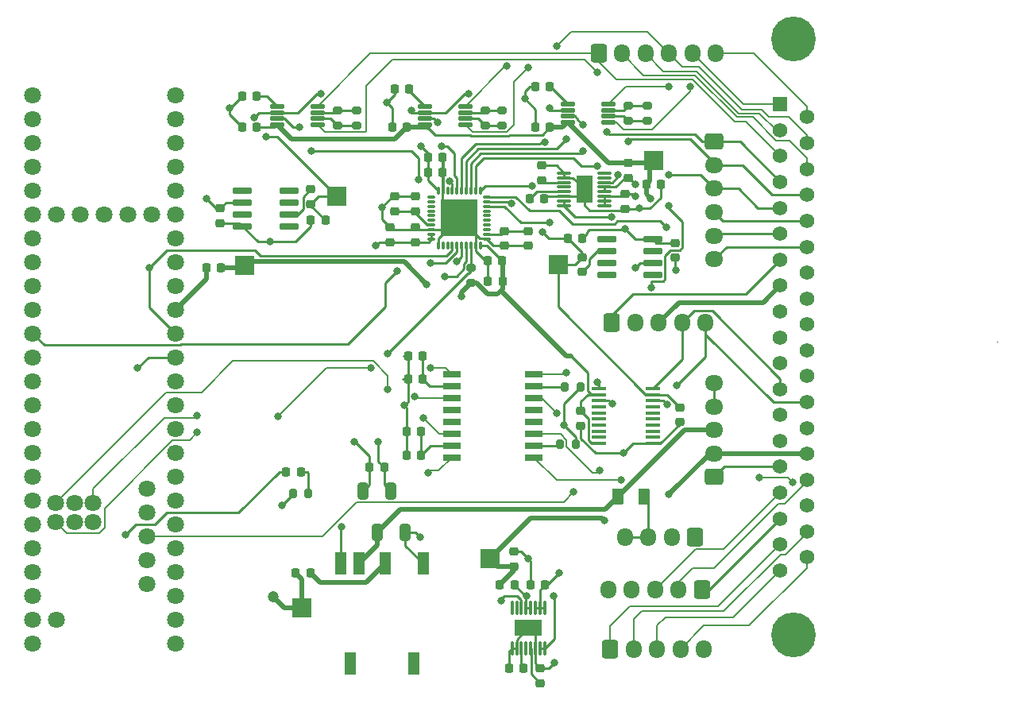
<source format=gtl>
G04 #@! TF.GenerationSoftware,KiCad,Pcbnew,7.0.10*
G04 #@! TF.CreationDate,2024-08-04T13:32:26-04:00*
G04 #@! TF.ProjectId,accessoryidk,61636365-7373-46f7-9279-69646b2e6b69,rev?*
G04 #@! TF.SameCoordinates,Original*
G04 #@! TF.FileFunction,Copper,L1,Top*
G04 #@! TF.FilePolarity,Positive*
%FSLAX46Y46*%
G04 Gerber Fmt 4.6, Leading zero omitted, Abs format (unit mm)*
G04 Created by KiCad (PCBNEW 7.0.10) date 2024-08-04 13:32:26*
%MOMM*%
%LPD*%
G01*
G04 APERTURE LIST*
G04 Aperture macros list*
%AMRoundRect*
0 Rectangle with rounded corners*
0 $1 Rounding radius*
0 $2 $3 $4 $5 $6 $7 $8 $9 X,Y pos of 4 corners*
0 Add a 4 corners polygon primitive as box body*
4,1,4,$2,$3,$4,$5,$6,$7,$8,$9,$2,$3,0*
0 Add four circle primitives for the rounded corners*
1,1,$1+$1,$2,$3*
1,1,$1+$1,$4,$5*
1,1,$1+$1,$6,$7*
1,1,$1+$1,$8,$9*
0 Add four rect primitives between the rounded corners*
20,1,$1+$1,$2,$3,$4,$5,0*
20,1,$1+$1,$4,$5,$6,$7,0*
20,1,$1+$1,$6,$7,$8,$9,0*
20,1,$1+$1,$8,$9,$2,$3,0*%
G04 Aperture macros list end*
G04 #@! TA.AperFunction,NonConductor*
%ADD10C,0.200000*%
G04 #@! TD*
G04 #@! TA.AperFunction,ComponentPad*
%ADD11RoundRect,0.250000X-0.600000X-0.725000X0.600000X-0.725000X0.600000X0.725000X-0.600000X0.725000X0*%
G04 #@! TD*
G04 #@! TA.AperFunction,ComponentPad*
%ADD12O,1.700000X1.950000*%
G04 #@! TD*
G04 #@! TA.AperFunction,SMDPad,CuDef*
%ADD13R,2.000000X2.000000*%
G04 #@! TD*
G04 #@! TA.AperFunction,SMDPad,CuDef*
%ADD14RoundRect,0.218750X-0.256250X0.218750X-0.256250X-0.218750X0.256250X-0.218750X0.256250X0.218750X0*%
G04 #@! TD*
G04 #@! TA.AperFunction,SMDPad,CuDef*
%ADD15RoundRect,0.225000X0.225000X0.250000X-0.225000X0.250000X-0.225000X-0.250000X0.225000X-0.250000X0*%
G04 #@! TD*
G04 #@! TA.AperFunction,SMDPad,CuDef*
%ADD16RoundRect,0.225000X-0.250000X0.225000X-0.250000X-0.225000X0.250000X-0.225000X0.250000X0.225000X0*%
G04 #@! TD*
G04 #@! TA.AperFunction,SMDPad,CuDef*
%ADD17RoundRect,0.225000X0.250000X-0.225000X0.250000X0.225000X-0.250000X0.225000X-0.250000X-0.225000X0*%
G04 #@! TD*
G04 #@! TA.AperFunction,SMDPad,CuDef*
%ADD18RoundRect,0.200000X0.275000X-0.200000X0.275000X0.200000X-0.275000X0.200000X-0.275000X-0.200000X0*%
G04 #@! TD*
G04 #@! TA.AperFunction,SMDPad,CuDef*
%ADD19RoundRect,0.075000X0.910000X0.225000X-0.910000X0.225000X-0.910000X-0.225000X0.910000X-0.225000X0*%
G04 #@! TD*
G04 #@! TA.AperFunction,SMDPad,CuDef*
%ADD20RoundRect,0.225000X-0.225000X-0.250000X0.225000X-0.250000X0.225000X0.250000X-0.225000X0.250000X0*%
G04 #@! TD*
G04 #@! TA.AperFunction,ComponentPad*
%ADD21RoundRect,0.250000X-0.725000X0.600000X-0.725000X-0.600000X0.725000X-0.600000X0.725000X0.600000X0*%
G04 #@! TD*
G04 #@! TA.AperFunction,ComponentPad*
%ADD22O,1.950000X1.700000*%
G04 #@! TD*
G04 #@! TA.AperFunction,SMDPad,CuDef*
%ADD23RoundRect,0.032500X-0.372500X-0.097500X0.372500X-0.097500X0.372500X0.097500X-0.372500X0.097500X0*%
G04 #@! TD*
G04 #@! TA.AperFunction,SMDPad,CuDef*
%ADD24RoundRect,0.032500X-0.097500X-0.372500X0.097500X-0.372500X0.097500X0.372500X-0.097500X0.372500X0*%
G04 #@! TD*
G04 #@! TA.AperFunction,SMDPad,CuDef*
%ADD25R,3.900000X3.900000*%
G04 #@! TD*
G04 #@! TA.AperFunction,SMDPad,CuDef*
%ADD26RoundRect,0.060000X0.675000X0.180000X-0.675000X0.180000X-0.675000X-0.180000X0.675000X-0.180000X0*%
G04 #@! TD*
G04 #@! TA.AperFunction,SMDPad,CuDef*
%ADD27R,1.910000X0.640000*%
G04 #@! TD*
G04 #@! TA.AperFunction,SMDPad,CuDef*
%ADD28RoundRect,0.218750X0.218750X0.256250X-0.218750X0.256250X-0.218750X-0.256250X0.218750X-0.256250X0*%
G04 #@! TD*
G04 #@! TA.AperFunction,SMDPad,CuDef*
%ADD29RoundRect,0.250000X-0.325000X-0.650000X0.325000X-0.650000X0.325000X0.650000X-0.325000X0.650000X0*%
G04 #@! TD*
G04 #@! TA.AperFunction,ComponentPad*
%ADD30C,1.800000*%
G04 #@! TD*
G04 #@! TA.AperFunction,ComponentPad*
%ADD31RoundRect,0.250000X0.600000X0.725000X-0.600000X0.725000X-0.600000X-0.725000X0.600000X-0.725000X0*%
G04 #@! TD*
G04 #@! TA.AperFunction,SMDPad,CuDef*
%ADD32RoundRect,0.218750X0.256250X-0.218750X0.256250X0.218750X-0.256250X0.218750X-0.256250X-0.218750X0*%
G04 #@! TD*
G04 #@! TA.AperFunction,ComponentPad*
%ADD33R,1.562000X1.562000*%
G04 #@! TD*
G04 #@! TA.AperFunction,ComponentPad*
%ADD34C,1.562000*%
G04 #@! TD*
G04 #@! TA.AperFunction,ComponentPad*
%ADD35C,4.762000*%
G04 #@! TD*
G04 #@! TA.AperFunction,SMDPad,CuDef*
%ADD36RoundRect,0.035000X0.105000X-0.690000X0.105000X0.690000X-0.105000X0.690000X-0.105000X-0.690000X0*%
G04 #@! TD*
G04 #@! TA.AperFunction,SMDPad,CuDef*
%ADD37R,2.845000X1.651000*%
G04 #@! TD*
G04 #@! TA.AperFunction,SMDPad,CuDef*
%ADD38R,1.200000X2.440000*%
G04 #@! TD*
G04 #@! TA.AperFunction,SMDPad,CuDef*
%ADD39RoundRect,0.035000X-0.690000X-0.105000X0.690000X-0.105000X0.690000X0.105000X-0.690000X0.105000X0*%
G04 #@! TD*
G04 #@! TA.AperFunction,SMDPad,CuDef*
%ADD40R,1.651000X2.845000*%
G04 #@! TD*
G04 #@! TA.AperFunction,SMDPad,CuDef*
%ADD41RoundRect,0.200000X-0.200000X-0.275000X0.200000X-0.275000X0.200000X0.275000X-0.200000X0.275000X0*%
G04 #@! TD*
G04 #@! TA.AperFunction,SMDPad,CuDef*
%ADD42RoundRect,0.250000X-0.375000X-0.625000X0.375000X-0.625000X0.375000X0.625000X-0.375000X0.625000X0*%
G04 #@! TD*
G04 #@! TA.AperFunction,ComponentPad*
%ADD43RoundRect,0.250000X0.725000X-0.600000X0.725000X0.600000X-0.725000X0.600000X-0.725000X-0.600000X0*%
G04 #@! TD*
G04 #@! TA.AperFunction,SMDPad,CuDef*
%ADD44RoundRect,0.051250X-0.733750X-0.153750X0.733750X-0.153750X0.733750X0.153750X-0.733750X0.153750X0*%
G04 #@! TD*
G04 #@! TA.AperFunction,SMDPad,CuDef*
%ADD45RoundRect,0.218750X-0.218750X-0.256250X0.218750X-0.256250X0.218750X0.256250X-0.218750X0.256250X0*%
G04 #@! TD*
G04 #@! TA.AperFunction,SMDPad,CuDef*
%ADD46RoundRect,0.200000X0.200000X0.275000X-0.200000X0.275000X-0.200000X-0.275000X0.200000X-0.275000X0*%
G04 #@! TD*
G04 #@! TA.AperFunction,SMDPad,CuDef*
%ADD47RoundRect,0.075000X-0.910000X-0.225000X0.910000X-0.225000X0.910000X0.225000X-0.910000X0.225000X0*%
G04 #@! TD*
G04 #@! TA.AperFunction,ViaPad*
%ADD48C,0.800000*%
G04 #@! TD*
G04 #@! TA.AperFunction,ViaPad*
%ADD49C,1.200000*%
G04 #@! TD*
G04 #@! TA.AperFunction,Conductor*
%ADD50C,0.250000*%
G04 #@! TD*
G04 #@! TA.AperFunction,Conductor*
%ADD51C,0.500000*%
G04 #@! TD*
G04 #@! TA.AperFunction,Conductor*
%ADD52C,0.200000*%
G04 #@! TD*
G04 APERTURE END LIST*
D10*
X143256001Y-53340000D02*
G75*
G03*
X143255999Y-53340000I-1J0D01*
G01*
X143255999Y-53340000D02*
G75*
G03*
X143256001Y-53340000I1J0D01*
G01*
D11*
X101934000Y-86060000D03*
D12*
X104434000Y-86060000D03*
X106934000Y-86060000D03*
X109434000Y-86060000D03*
X111934000Y-86060000D03*
D13*
X89154000Y-76454000D03*
D14*
X103886000Y-34260500D03*
X103886000Y-35835500D03*
D15*
X94881000Y-38096000D03*
X93331000Y-38096000D03*
D16*
X81153000Y-37833000D03*
X81153000Y-39383000D03*
D17*
X103504000Y-39125000D03*
X103504000Y-37575000D03*
D16*
X93188000Y-41516000D03*
X93188000Y-43066000D03*
D18*
X90424000Y-30289000D03*
X90424000Y-28639000D03*
X88646000Y-30289000D03*
X88646000Y-28639000D03*
D11*
X102108000Y-51308000D03*
D12*
X104608000Y-51308000D03*
X107108000Y-51308000D03*
X109608000Y-51308000D03*
X112108000Y-51308000D03*
D16*
X98806000Y-60693000D03*
X98806000Y-62243000D03*
D19*
X106483000Y-46228000D03*
X106483000Y-44958000D03*
X106483000Y-43688000D03*
X106483000Y-42418000D03*
X101543000Y-42418000D03*
X101543000Y-43688000D03*
X101543000Y-44958000D03*
X101543000Y-46228000D03*
D20*
X97396000Y-42291000D03*
X98946000Y-42291000D03*
D17*
X78486000Y-42685000D03*
X78486000Y-41135000D03*
D21*
X113030000Y-32004000D03*
D22*
X113030000Y-34504000D03*
X113030000Y-37004000D03*
X113030000Y-39504000D03*
X113030000Y-42004000D03*
X113030000Y-44504000D03*
D23*
X82902000Y-37882000D03*
X82902000Y-38382000D03*
X82902000Y-38882000D03*
X82902000Y-39382000D03*
X82902000Y-39882000D03*
X82902000Y-40382000D03*
X82902000Y-40882000D03*
X82902000Y-41382000D03*
X82902000Y-41882000D03*
X82902000Y-42382000D03*
D24*
X83602000Y-43082000D03*
X84102000Y-43082000D03*
X84602000Y-43082000D03*
X85102000Y-43082000D03*
X85602000Y-43082000D03*
X86102000Y-43082000D03*
X86602000Y-43082000D03*
X87102000Y-43082000D03*
X87602000Y-43082000D03*
X88102000Y-43082000D03*
D23*
X88802000Y-42382000D03*
X88802000Y-41882000D03*
X88802000Y-41382000D03*
X88802000Y-40882000D03*
X88802000Y-40382000D03*
X88802000Y-39882000D03*
X88802000Y-39382000D03*
X88802000Y-38882000D03*
X88802000Y-38382000D03*
X88802000Y-37882000D03*
D24*
X88102000Y-37182000D03*
X87602000Y-37182000D03*
X87102000Y-37182000D03*
X86602000Y-37182000D03*
X86102000Y-37182000D03*
X85602000Y-37182000D03*
X85102000Y-37182000D03*
X84602000Y-37182000D03*
X84102000Y-37182000D03*
X83602000Y-37182000D03*
D25*
X85852000Y-40132000D03*
D15*
X95517000Y-30480000D03*
X93967000Y-30480000D03*
D26*
X101718000Y-29931000D03*
X101718000Y-29281000D03*
X101718000Y-28631000D03*
X101718000Y-27981000D03*
X97418000Y-27981000D03*
X97418000Y-28631000D03*
X97418000Y-29281000D03*
X97418000Y-29931000D03*
D15*
X81801000Y-62865000D03*
X80251000Y-62865000D03*
X90437000Y-44704000D03*
X88887000Y-44704000D03*
D26*
X86478000Y-30185000D03*
X86478000Y-29535000D03*
X86478000Y-28885000D03*
X86478000Y-28235000D03*
X82178000Y-28235000D03*
X82178000Y-28885000D03*
X82178000Y-29535000D03*
X82178000Y-30185000D03*
D27*
X85023000Y-56769000D03*
X85023000Y-58039000D03*
X85023000Y-59309000D03*
X85023000Y-60579000D03*
X85023000Y-61849000D03*
X85023000Y-63119000D03*
X85023000Y-64389000D03*
X85023000Y-65659000D03*
X93793000Y-65659000D03*
X93793000Y-64389000D03*
X93793000Y-63119000D03*
X93793000Y-61849000D03*
X93793000Y-60579000D03*
X93793000Y-59309000D03*
X93793000Y-58039000D03*
X93793000Y-56769000D03*
D26*
X70730000Y-30185000D03*
X70730000Y-29535000D03*
X70730000Y-28885000D03*
X70730000Y-28235000D03*
X66430000Y-28235000D03*
X66430000Y-28885000D03*
X66430000Y-29535000D03*
X66430000Y-30185000D03*
D28*
X60464750Y-45466000D03*
X58889750Y-45466000D03*
D16*
X60382000Y-39103000D03*
X60382000Y-40653000D03*
D29*
X75583000Y-69215000D03*
X78533000Y-69215000D03*
D30*
X55626000Y-82931000D03*
X55626000Y-80391000D03*
X55626000Y-77851000D03*
X55626000Y-75311000D03*
X55626000Y-49911000D03*
X40386000Y-80391000D03*
X50546000Y-39751000D03*
X55626000Y-72771000D03*
X55626000Y-70231000D03*
X52576000Y-79121000D03*
X55626000Y-67691000D03*
X55626000Y-65151000D03*
X55626000Y-62611000D03*
X55626000Y-60071000D03*
X55626000Y-57531000D03*
X55626000Y-54991000D03*
X55626000Y-52451000D03*
X40386000Y-52451000D03*
X40386000Y-54991000D03*
X40386000Y-57531000D03*
X40386000Y-60071000D03*
X40386000Y-62611000D03*
X40386000Y-65151000D03*
X40386000Y-67691000D03*
X40386000Y-70231000D03*
X40386000Y-72771000D03*
X40386000Y-75311000D03*
X40386000Y-77851000D03*
X55626000Y-47371000D03*
X55626000Y-44831000D03*
X55626000Y-42291000D03*
X55626000Y-39751000D03*
X55626000Y-37211000D03*
X55626000Y-34671000D03*
X55626000Y-32131000D03*
X55626000Y-29591000D03*
X55626000Y-27051000D03*
X40386000Y-27051000D03*
X40386000Y-29591000D03*
X40386000Y-32131000D03*
X40386000Y-34671000D03*
X40386000Y-37211000D03*
X40386000Y-39751000D03*
X40386000Y-42291000D03*
X40386000Y-44831000D03*
X40386000Y-47371000D03*
X52576000Y-74041000D03*
X52576000Y-76581000D03*
X55626000Y-85471000D03*
X40386000Y-49911000D03*
X40386000Y-82931000D03*
X48006000Y-39751000D03*
X44836000Y-70501000D03*
X44836000Y-72501000D03*
X42926000Y-39751000D03*
X45466000Y-39751000D03*
X42836000Y-72501000D03*
X42836000Y-70501000D03*
X46836000Y-70501000D03*
X46836000Y-72501000D03*
X52576000Y-71501000D03*
X52576000Y-68961000D03*
X53086000Y-39751000D03*
X40386000Y-85471000D03*
X42926000Y-82931000D03*
D18*
X72898000Y-30289000D03*
X72898000Y-28639000D03*
D16*
X109347000Y-60312000D03*
X109347000Y-61862000D03*
X91694000Y-75679000D03*
X91694000Y-77229000D03*
D15*
X95517000Y-26162000D03*
X93967000Y-26162000D03*
D20*
X76283000Y-66675000D03*
X77833000Y-66675000D03*
D13*
X72828000Y-37846000D03*
D31*
X110998000Y-74168000D03*
D12*
X108498000Y-74168000D03*
X105998000Y-74168000D03*
X103498000Y-74168000D03*
D15*
X90450000Y-46863000D03*
X88900000Y-46863000D03*
X80531000Y-26416000D03*
X78981000Y-26416000D03*
D18*
X74930000Y-30289000D03*
X74930000Y-28639000D03*
D15*
X71571000Y-40386000D03*
X70021000Y-40386000D03*
D20*
X82537000Y-35306000D03*
X84087000Y-35306000D03*
D16*
X78994000Y-37833000D03*
X78994000Y-39383000D03*
D32*
X70034000Y-38633500D03*
X70034000Y-37058500D03*
D18*
X105918000Y-29781000D03*
X105918000Y-28131000D03*
D31*
X111720000Y-79756000D03*
D12*
X109220000Y-79756000D03*
X106720000Y-79756000D03*
X104220000Y-79756000D03*
X101720000Y-79756000D03*
D20*
X82537000Y-33655000D03*
X84087000Y-33655000D03*
X93459000Y-79248000D03*
X95009000Y-79248000D03*
D33*
X120066000Y-28016000D03*
D34*
X120066000Y-30775000D03*
X120066000Y-33533000D03*
X120066000Y-36292000D03*
X120066000Y-39050000D03*
X120066000Y-41809000D03*
X120066000Y-44567000D03*
X120066000Y-47325000D03*
X120066000Y-50084000D03*
X120066000Y-52842000D03*
X120066000Y-55601000D03*
X120066000Y-58359000D03*
X120066000Y-61118000D03*
X120066000Y-63876000D03*
X120066000Y-66634000D03*
X120066000Y-69393000D03*
X120066000Y-72151000D03*
X120066000Y-74910000D03*
X120066000Y-77668000D03*
X122911000Y-29375000D03*
X122911000Y-32154000D03*
X122911000Y-34912000D03*
X122911000Y-37671000D03*
X122911000Y-40429000D03*
X122911000Y-43188000D03*
X122911000Y-45946000D03*
X122911000Y-48705000D03*
X122911000Y-51463000D03*
X122911000Y-54221000D03*
X122911000Y-56980000D03*
X122911000Y-59738000D03*
X122911000Y-62497000D03*
X122911000Y-65255000D03*
X122911000Y-68014000D03*
X122911000Y-70772000D03*
X122911000Y-73531000D03*
X122911000Y-76289000D03*
D35*
X121488000Y-21082000D03*
X121488000Y-84582000D03*
D36*
X91468000Y-85980000D03*
X91968000Y-85980000D03*
X92468000Y-85980000D03*
X92968000Y-85980000D03*
X93468000Y-85980000D03*
X93968000Y-85980000D03*
X94468000Y-85980000D03*
X94968000Y-85980000D03*
X94968000Y-81660000D03*
X94468000Y-81660000D03*
X93968000Y-81660000D03*
X93468000Y-81660000D03*
X92968000Y-81660000D03*
X92468000Y-81660000D03*
X91968000Y-81660000D03*
X91468000Y-81660000D03*
D37*
X93218000Y-83820000D03*
D13*
X96393000Y-45085000D03*
D16*
X90678000Y-41516000D03*
X90678000Y-43066000D03*
D38*
X73188500Y-76951500D03*
X75188500Y-76951500D03*
X77988500Y-76951500D03*
X81988500Y-76951500D03*
X74188500Y-87591500D03*
X80988500Y-87591500D03*
D39*
X97026000Y-35330000D03*
X97026000Y-35830000D03*
X97026000Y-36330000D03*
X97026000Y-36830000D03*
X97026000Y-37330000D03*
X97026000Y-37830000D03*
X97026000Y-38330000D03*
X97026000Y-38830000D03*
X101346000Y-38830000D03*
X101346000Y-38330000D03*
X101346000Y-37830000D03*
X101346000Y-37330000D03*
X101346000Y-36830000D03*
X101346000Y-36330000D03*
X101346000Y-35830000D03*
X101346000Y-35330000D03*
D40*
X99186000Y-37080000D03*
D13*
X69079500Y-81636500D03*
D15*
X81928000Y-57277000D03*
X80378000Y-57277000D03*
D13*
X62992000Y-45212000D03*
D41*
X96584000Y-64262000D03*
X98234000Y-64262000D03*
D17*
X81153000Y-42685000D03*
X81153000Y-41135000D03*
D42*
X102740000Y-69850000D03*
X105540000Y-69850000D03*
D43*
X112984000Y-67738000D03*
D22*
X112984000Y-65238000D03*
X112984000Y-62738000D03*
X112984000Y-60238000D03*
X112984000Y-57738000D03*
D44*
X100762000Y-58289000D03*
X100762000Y-58939000D03*
X100762000Y-59589000D03*
X100762000Y-60239000D03*
X100762000Y-60889000D03*
X100762000Y-61539000D03*
X100762000Y-62189000D03*
X100762000Y-62839000D03*
X100762000Y-63489000D03*
X100762000Y-64139000D03*
X106502000Y-64139000D03*
X106502000Y-63489000D03*
X106502000Y-62839000D03*
X106502000Y-62189000D03*
X106502000Y-61539000D03*
X106502000Y-60889000D03*
X106502000Y-60239000D03*
X106502000Y-59589000D03*
X106502000Y-58939000D03*
X106502000Y-58289000D03*
D15*
X81801000Y-65375000D03*
X80251000Y-65375000D03*
D16*
X94614000Y-34527000D03*
X94614000Y-36077000D03*
D14*
X98933000Y-44297500D03*
X98933000Y-45872500D03*
D20*
X91173000Y-88138000D03*
X92723000Y-88138000D03*
D15*
X64275000Y-27178000D03*
X62725000Y-27178000D03*
D18*
X103886000Y-29781000D03*
X103886000Y-28131000D03*
D29*
X77129500Y-73635500D03*
X80079500Y-73635500D03*
D15*
X80277000Y-30480000D03*
X78727000Y-30480000D03*
X81928000Y-54864000D03*
X80378000Y-54864000D03*
X64275000Y-30480000D03*
X62725000Y-30480000D03*
D16*
X94488000Y-88125000D03*
X94488000Y-89675000D03*
D45*
X68419000Y-77953500D03*
X69994000Y-77953500D03*
D17*
X108839000Y-44336000D03*
X108839000Y-42786000D03*
D41*
X97092000Y-58166000D03*
X98742000Y-58166000D03*
D11*
X100704000Y-22606000D03*
D12*
X103204000Y-22606000D03*
X105704000Y-22606000D03*
X108204000Y-22606000D03*
X110704000Y-22606000D03*
X113204000Y-22606000D03*
D18*
X87135000Y-47053000D03*
X87135000Y-45403000D03*
D45*
X90144500Y-79248000D03*
X91719500Y-79248000D03*
D46*
X69755000Y-69469000D03*
X68105000Y-69469000D03*
D47*
X62738000Y-37211000D03*
X62738000Y-38481000D03*
X62738000Y-39751000D03*
X62738000Y-41021000D03*
X67678000Y-41021000D03*
X67678000Y-39751000D03*
X67678000Y-38481000D03*
X67678000Y-37211000D03*
D13*
X106552000Y-34032000D03*
D28*
X68955500Y-67183000D03*
X67380500Y-67183000D03*
D15*
X107327000Y-36572000D03*
X105777000Y-36572000D03*
D48*
X90297000Y-80899000D03*
X76962000Y-43053000D03*
D49*
X66040000Y-80518000D03*
D48*
X77216000Y-64008000D03*
X58928000Y-38100000D03*
X96520000Y-77978000D03*
X104648000Y-45466000D03*
X108966000Y-45720000D03*
X102792151Y-35522044D03*
X104648000Y-37850653D03*
X86106000Y-48514000D03*
X82357000Y-47207000D03*
X81652500Y-74143500D03*
X80010000Y-60071000D03*
X73270500Y-73000500D03*
X105029000Y-39116000D03*
X61341000Y-28448000D03*
X65716000Y-42672000D03*
X74676000Y-64008000D03*
X103505000Y-41275000D03*
X78105000Y-27813000D03*
X103378000Y-65151000D03*
X77597000Y-38989000D03*
X92837000Y-27432000D03*
X93218000Y-76454000D03*
X66929000Y-70739000D03*
X97028000Y-62230000D03*
X96012000Y-87503000D03*
X108204000Y-38862000D03*
X106230847Y-38022542D03*
X106299000Y-47535000D03*
X81788000Y-32512000D03*
X94742000Y-41656000D03*
X50292000Y-73914000D03*
X95885000Y-80391000D03*
X93057249Y-80432524D03*
X104648000Y-36576000D03*
X102108000Y-40020000D03*
X110503025Y-26148975D03*
X108204000Y-26100000D03*
X86833525Y-26889525D03*
X80772000Y-28702000D03*
X71085525Y-26889525D03*
X65278000Y-31496000D03*
X95504000Y-28448000D03*
X64011217Y-29405230D03*
X99060000Y-30226000D03*
X94996000Y-32041000D03*
X100584000Y-57658000D03*
X102130731Y-59939639D03*
X108015347Y-60005653D03*
X109029500Y-57975500D03*
X96266000Y-21844000D03*
X93218000Y-24130000D03*
X90932000Y-23941000D03*
X83953331Y-32475000D03*
X83510615Y-29945652D03*
X100584000Y-24638000D03*
X84840101Y-36192679D03*
X81534000Y-36068000D03*
X70104000Y-33020000D03*
X68834000Y-30480000D03*
X52832000Y-45466000D03*
X82804000Y-44921000D03*
X51562000Y-56134000D03*
X79248000Y-45757000D03*
X85608092Y-44714092D03*
X84328000Y-46328000D03*
X78232000Y-54610000D03*
X97282000Y-31750000D03*
X101600000Y-30988000D03*
X99060000Y-33020000D03*
X103886000Y-31967000D03*
X100564554Y-34596488D03*
X108204000Y-35560000D03*
X93624317Y-36675261D03*
X107945347Y-41152653D03*
X91440000Y-38607000D03*
X95499347Y-40644653D03*
X98044000Y-69342000D03*
X96266000Y-60960000D03*
X117856000Y-67818000D03*
X121412000Y-68326000D03*
X97282000Y-56642000D03*
X103124000Y-68072000D03*
X100838000Y-67056000D03*
X101346000Y-72390000D03*
X108204000Y-69596000D03*
X57912000Y-62992000D03*
X66556000Y-61301070D03*
X82804000Y-56134000D03*
X76454000Y-56134000D03*
X78232000Y-58420000D03*
X81103000Y-59182000D03*
X82042000Y-61468000D03*
X57912000Y-61214000D03*
X82550000Y-67310000D03*
D50*
X92723000Y-88138000D02*
X92468000Y-87883000D01*
X92468000Y-87883000D02*
X92468000Y-85980000D01*
X94468000Y-81660000D02*
X94468000Y-79789000D01*
X77833000Y-66675000D02*
X77833000Y-68515000D01*
X81153000Y-42685000D02*
X82599000Y-42685000D01*
X112461000Y-79756000D02*
X111720000Y-79756000D01*
X77330000Y-42685000D02*
X76962000Y-43053000D01*
X92468000Y-81660000D02*
X92468000Y-80854912D01*
X94468000Y-79789000D02*
X95009000Y-79248000D01*
X77833000Y-68515000D02*
X78533000Y-69215000D01*
X59931000Y-39103000D02*
X58928000Y-38100000D01*
D51*
X67158500Y-81636500D02*
X69079500Y-81636500D01*
D50*
X95250000Y-79248000D02*
X95009000Y-79248000D01*
X78486000Y-42685000D02*
X77330000Y-42685000D01*
X92468000Y-80854912D02*
X92004088Y-80391000D01*
X94968000Y-81660000D02*
X93968000Y-81660000D01*
D51*
X69079500Y-78614000D02*
X68419000Y-77953500D01*
D50*
X90297000Y-80772000D02*
X90297000Y-80899000D01*
X62738000Y-38481000D02*
X61004000Y-38481000D01*
X82902000Y-42382000D02*
X82902000Y-41882000D01*
X78486000Y-42685000D02*
X81153000Y-42685000D01*
D51*
X66040000Y-80518000D02*
X67158500Y-81636500D01*
X69079500Y-81636500D02*
X69079500Y-78614000D01*
D50*
X77216000Y-66058000D02*
X77833000Y-66675000D01*
X77216000Y-63881000D02*
X77216000Y-66058000D01*
X82599000Y-42685000D02*
X82902000Y-42382000D01*
X77216000Y-63881000D02*
X77216000Y-64008000D01*
X90678000Y-80391000D02*
X90297000Y-80772000D01*
X120066000Y-72151000D02*
X112461000Y-79756000D01*
X61004000Y-38481000D02*
X60382000Y-39103000D01*
X96520000Y-77978000D02*
X95250000Y-79248000D01*
X60382000Y-39103000D02*
X59931000Y-39103000D01*
X92004088Y-80391000D02*
X90678000Y-80391000D01*
X94488000Y-89675000D02*
X93503000Y-88690000D01*
X93503000Y-86015000D02*
X93468000Y-85980000D01*
X93503000Y-88690000D02*
X93503000Y-86015000D01*
X94867000Y-36330000D02*
X97026000Y-36330000D01*
X94614000Y-36077000D02*
X94867000Y-36330000D01*
X96992000Y-37296000D02*
X97026000Y-37330000D01*
X93331000Y-38096000D02*
X94131000Y-37296000D01*
X94131000Y-37296000D02*
X96992000Y-37296000D01*
X108839000Y-45593000D02*
X108966000Y-45720000D01*
X112984000Y-60238000D02*
X112984000Y-57738000D01*
X105156000Y-44958000D02*
X104648000Y-45466000D01*
X106483000Y-44958000D02*
X105156000Y-44958000D01*
X103504000Y-37575000D02*
X103249000Y-37830000D01*
X102792151Y-35522044D02*
X102792151Y-35688937D01*
D51*
X79555000Y-71210000D02*
X101380000Y-71210000D01*
X102740000Y-69850000D02*
X109852000Y-62738000D01*
X77129500Y-73635500D02*
X79555000Y-71210000D01*
X75188500Y-76951500D02*
X77129500Y-75010500D01*
D50*
X102151088Y-36330000D02*
X101346000Y-36330000D01*
X104648000Y-37850653D02*
X104372347Y-37575000D01*
D51*
X109852000Y-62738000D02*
X112984000Y-62738000D01*
D50*
X108839000Y-44336000D02*
X108839000Y-45593000D01*
X104372347Y-37575000D02*
X103504000Y-37575000D01*
X103249000Y-37830000D02*
X101346000Y-37830000D01*
D51*
X77129500Y-75010500D02*
X77129500Y-73635500D01*
X101380000Y-71210000D02*
X102740000Y-69850000D01*
D50*
X102792151Y-35688937D02*
X102151088Y-36330000D01*
X101346000Y-38830000D02*
X101346000Y-37830000D01*
D51*
X90450000Y-47726000D02*
X90450000Y-46863000D01*
X60464750Y-45466000D02*
X62738000Y-45466000D01*
D50*
X99568000Y-56642000D02*
X97790000Y-54864000D01*
D51*
X86106000Y-48514000D02*
X86106000Y-48082000D01*
X90297000Y-47879000D02*
X90450000Y-47726000D01*
X88000000Y-47360000D02*
X88000000Y-47398828D01*
X87693000Y-47053000D02*
X88000000Y-47360000D01*
X63172000Y-45032000D02*
X63433000Y-44771000D01*
D50*
X62992000Y-45212000D02*
X63172000Y-45032000D01*
X99557000Y-58939000D02*
X99977001Y-58939000D01*
D51*
X88000000Y-47398828D02*
X88861172Y-48260000D01*
X86106000Y-48082000D02*
X87135000Y-47053000D01*
D50*
X88102000Y-43082000D02*
X88815000Y-43082000D01*
X88815000Y-43082000D02*
X90437000Y-44704000D01*
X99606000Y-63767999D02*
X99606000Y-61493000D01*
X62738000Y-45466000D02*
X62992000Y-45212000D01*
D51*
X88861172Y-48260000D02*
X89916000Y-48260000D01*
X82357000Y-47178000D02*
X82357000Y-47207000D01*
X63433000Y-44771000D02*
X79950000Y-44771000D01*
D50*
X98806000Y-59690000D02*
X99557000Y-58939000D01*
X99568000Y-58529999D02*
X99568000Y-56642000D01*
D51*
X97790000Y-54864000D02*
X97282000Y-54864000D01*
X79950000Y-44771000D02*
X82357000Y-47178000D01*
X97282000Y-54864000D02*
X90297000Y-47879000D01*
D50*
X99606000Y-61493000D02*
X98806000Y-60693000D01*
D51*
X87135000Y-47053000D02*
X87693000Y-47053000D01*
D50*
X99977001Y-64139000D02*
X99606000Y-63767999D01*
D51*
X90450000Y-44717000D02*
X90437000Y-44704000D01*
X90450000Y-46863000D02*
X90450000Y-44717000D01*
D50*
X100762000Y-64139000D02*
X99977001Y-64139000D01*
X99977001Y-58939000D02*
X100762000Y-58939000D01*
D51*
X89916000Y-48260000D02*
X90297000Y-47879000D01*
D50*
X99977001Y-58939000D02*
X99568000Y-58529999D01*
X98806000Y-60693000D02*
X98806000Y-59690000D01*
X95599000Y-26162000D02*
X95517000Y-26162000D01*
X97418000Y-27981000D02*
X95599000Y-26162000D01*
X78688000Y-41337000D02*
X84647000Y-41337000D01*
X96223000Y-34527000D02*
X97026000Y-35330000D01*
X77597000Y-38989000D02*
X77597000Y-40246000D01*
X99444000Y-41653000D02*
X99695000Y-41402000D01*
X106851000Y-42786000D02*
X106483000Y-42418000D01*
X76283000Y-68515000D02*
X75583000Y-69215000D01*
X78994000Y-37833000D02*
X81153000Y-37833000D01*
X80079500Y-75042500D02*
X80079500Y-73635500D01*
X68105000Y-69563000D02*
X66929000Y-70739000D01*
X65716000Y-42672000D02*
X68383000Y-42672000D01*
X65716000Y-42672000D02*
X64389000Y-42672000D01*
X88757000Y-42337000D02*
X88057000Y-42337000D01*
X64389000Y-42672000D02*
X62738000Y-41021000D01*
X73188500Y-76951500D02*
X73188500Y-73082500D01*
X79834000Y-57277000D02*
X80378000Y-57277000D01*
X91468000Y-85980000D02*
X91968000Y-85980000D01*
X88618000Y-44704000D02*
X88887000Y-44704000D01*
X77597000Y-40246000D02*
X78486000Y-41135000D01*
X80251000Y-60312000D02*
X80010000Y-60071000D01*
X80378000Y-54864000D02*
X79883000Y-54864000D01*
X106502000Y-64139000D02*
X107286999Y-64139000D01*
X114088000Y-66634000D02*
X112984000Y-67738000D01*
X104390000Y-64139000D02*
X103378000Y-65151000D01*
X81988500Y-76951500D02*
X80079500Y-75042500D01*
X104648000Y-42418000D02*
X103505000Y-41275000D01*
X87602000Y-41882000D02*
X85852000Y-40132000D01*
X97026000Y-35330000D02*
X97026000Y-35830000D01*
X88057000Y-42337000D02*
X85852000Y-40132000D01*
X100352982Y-65151000D02*
X103378000Y-65151000D01*
X87602000Y-43688000D02*
X87602000Y-43082000D01*
X97026000Y-37830000D02*
X98436000Y-37830000D01*
X93968000Y-85980000D02*
X93968000Y-84570000D01*
X87602000Y-43688000D02*
X88618000Y-44704000D01*
X93967000Y-26162000D02*
X93345000Y-26162000D01*
X78981000Y-26937000D02*
X78105000Y-27813000D01*
X93967000Y-30480000D02*
X93967000Y-28562000D01*
X77597000Y-38989000D02*
X78753000Y-37833000D01*
X61341000Y-29096000D02*
X62725000Y-30480000D01*
X94488000Y-88125000D02*
X93968000Y-87605000D01*
X83602000Y-43082000D02*
X83647000Y-43037000D01*
X93459000Y-76695000D02*
X93218000Y-76454000D01*
X80079500Y-73635500D02*
X81144500Y-73635500D01*
X98436000Y-37830000D02*
X99186000Y-37080000D01*
X81144500Y-73635500D02*
X81652500Y-74143500D01*
X97028000Y-59880000D02*
X98742000Y-58166000D01*
X107327000Y-37951695D02*
X107327000Y-36572000D01*
X78486000Y-41135000D02*
X78688000Y-41337000D01*
X99186000Y-37080000D02*
X99186000Y-38752500D01*
X84102000Y-37182000D02*
X84102000Y-33670000D01*
X98234000Y-63436000D02*
X98234000Y-64262000D01*
X84087000Y-38367000D02*
X85852000Y-40132000D01*
X83647000Y-43037000D02*
X83647000Y-42337000D01*
X98806000Y-62243000D02*
X98806000Y-63604018D01*
X84647000Y-41337000D02*
X85852000Y-40132000D01*
X80378000Y-57277000D02*
X80378000Y-59703000D01*
X103378000Y-41402000D02*
X103505000Y-41275000D01*
X95390000Y-88125000D02*
X96012000Y-87503000D01*
X103334000Y-39295000D02*
X103504000Y-39125000D01*
X95147000Y-37830000D02*
X97026000Y-37830000D01*
X87602000Y-43082000D02*
X87602000Y-41882000D01*
X106502000Y-64139000D02*
X104390000Y-64139000D01*
X62370000Y-40653000D02*
X62738000Y-41021000D01*
X99444000Y-41793000D02*
X99444000Y-41653000D01*
X94614000Y-34527000D02*
X96223000Y-34527000D01*
X74676000Y-63881000D02*
X74676000Y-64008000D01*
X91694000Y-75679000D02*
X92443000Y-75679000D01*
X93345000Y-26162000D02*
X92837000Y-26670000D01*
X105020000Y-39125000D02*
X103504000Y-39125000D01*
X90678000Y-43066000D02*
X89486000Y-43066000D01*
X109347000Y-62078999D02*
X109347000Y-61862000D01*
X78981000Y-26416000D02*
X78981000Y-26937000D01*
X93968000Y-87605000D02*
X93968000Y-85980000D01*
X107286999Y-64139000D02*
X109347000Y-62078999D01*
X76283000Y-66675000D02*
X76283000Y-68515000D01*
X80378000Y-57277000D02*
X80378000Y-54864000D01*
X97028000Y-62230000D02*
X98234000Y-63436000D01*
X98946000Y-42291000D02*
X99444000Y-41793000D01*
X105029000Y-39116000D02*
X105020000Y-39125000D01*
X88802000Y-42382000D02*
X88757000Y-42337000D01*
X80378000Y-59703000D02*
X80010000Y-60071000D01*
X61455000Y-28448000D02*
X62725000Y-27178000D01*
X93188000Y-43066000D02*
X90678000Y-43066000D01*
X76283000Y-65488000D02*
X74676000Y-63881000D01*
X99728500Y-39295000D02*
X103334000Y-39295000D01*
X99695000Y-41402000D02*
X103378000Y-41402000D01*
X70021000Y-41034000D02*
X70021000Y-40386000D01*
X61341000Y-28448000D02*
X61341000Y-29096000D01*
X97028000Y-62230000D02*
X97028000Y-59880000D01*
X98806000Y-63604018D02*
X100352982Y-65151000D01*
X89486000Y-43066000D02*
X88802000Y-42382000D01*
X120066000Y-66634000D02*
X114088000Y-66634000D01*
X83647000Y-42337000D02*
X85852000Y-40132000D01*
X84087000Y-33655000D02*
X84087000Y-38367000D01*
X76283000Y-66675000D02*
X76283000Y-65488000D01*
X91173000Y-88138000D02*
X91173000Y-86275000D01*
X88900000Y-46863000D02*
X88900000Y-45085000D01*
X92443000Y-75679000D02*
X93218000Y-76454000D01*
X94488000Y-88125000D02*
X95390000Y-88125000D01*
X108839000Y-42786000D02*
X106851000Y-42786000D01*
X78727000Y-28435000D02*
X78105000Y-27813000D01*
X68105000Y-69469000D02*
X68105000Y-69563000D01*
X105029000Y-39116000D02*
X106162695Y-39116000D01*
X106483000Y-42418000D02*
X104648000Y-42418000D01*
X73188500Y-73082500D02*
X73270500Y-73000500D01*
X84102000Y-33670000D02*
X84087000Y-33655000D01*
X61341000Y-28448000D02*
X61455000Y-28448000D01*
X99186000Y-37080000D02*
X97936000Y-35830000D01*
X60382000Y-40653000D02*
X62370000Y-40653000D01*
X99186000Y-38752500D02*
X99728500Y-39295000D01*
X68383000Y-42672000D02*
X70021000Y-41034000D01*
X93459000Y-79248000D02*
X93459000Y-76695000D01*
X84341000Y-33655000D02*
X84147000Y-33849000D01*
X92837000Y-26670000D02*
X92837000Y-27432000D01*
X106162695Y-39116000D02*
X107327000Y-37951695D01*
X97936000Y-35830000D02*
X97026000Y-35830000D01*
X93967000Y-28562000D02*
X92837000Y-27432000D01*
X80251000Y-65375000D02*
X80251000Y-62865000D01*
X78753000Y-37833000D02*
X78994000Y-37833000D01*
X91173000Y-86275000D02*
X91468000Y-85980000D01*
X93968000Y-84570000D02*
X93218000Y-83820000D01*
X80251000Y-62865000D02*
X80251000Y-60312000D01*
X91968000Y-85980000D02*
X91968000Y-85070000D01*
X94881000Y-38096000D02*
X95147000Y-37830000D01*
X78727000Y-30480000D02*
X78727000Y-28435000D01*
X91968000Y-85070000D02*
X93218000Y-83820000D01*
X107793000Y-44122948D02*
X107793000Y-46620764D01*
X66135000Y-30480000D02*
X66430000Y-30185000D01*
D51*
X107108000Y-51308000D02*
X109267000Y-49149000D01*
D50*
X108204000Y-39116000D02*
X109639000Y-40551000D01*
X95517000Y-30480000D02*
X95517000Y-30594000D01*
X107793000Y-46620764D02*
X107560764Y-46853000D01*
D51*
X103504000Y-34260500D02*
X106323500Y-34260500D01*
X67995000Y-31750000D02*
X66430000Y-30185000D01*
X95517000Y-30480000D02*
X96869000Y-30480000D01*
D50*
X108354948Y-43561000D02*
X107793000Y-44122948D01*
D51*
X118242000Y-49149000D02*
X120066000Y-47325000D01*
D50*
X109639000Y-43245052D02*
X109323052Y-43561000D01*
X86971959Y-31280000D02*
X83273000Y-31280000D01*
D51*
X106172000Y-36177000D02*
X105777000Y-36572000D01*
D50*
X87105959Y-31414000D02*
X86971959Y-31280000D01*
X106323500Y-34260500D02*
X106552000Y-34032000D01*
D51*
X82473000Y-30480000D02*
X82511500Y-30518500D01*
D50*
X108204000Y-38862000D02*
X108204000Y-39116000D01*
D51*
X106552000Y-34032000D02*
X106172000Y-34412000D01*
D50*
X107560764Y-46853000D02*
X106299000Y-46853000D01*
X94717000Y-31280000D02*
X91221689Y-31280000D01*
D51*
X79007000Y-31750000D02*
X67995000Y-31750000D01*
D50*
X109639000Y-40551000D02*
X109639000Y-43245052D01*
X109323052Y-43561000D02*
X108354948Y-43561000D01*
D51*
X106230847Y-38022542D02*
X105777000Y-37568695D01*
D50*
X95517000Y-30480000D02*
X94717000Y-31280000D01*
X106299000Y-46853000D02*
X106299000Y-47535000D01*
D51*
X106172000Y-34412000D02*
X106172000Y-36177000D01*
D50*
X91221689Y-31280000D02*
X91087689Y-31414000D01*
X83273000Y-31280000D02*
X82178000Y-30185000D01*
D51*
X80277000Y-30480000D02*
X79007000Y-31750000D01*
X80277000Y-30480000D02*
X82473000Y-30480000D01*
D50*
X91087689Y-31414000D02*
X87105959Y-31414000D01*
D51*
X96869000Y-30480000D02*
X97418000Y-29931000D01*
X105777000Y-37568695D02*
X105777000Y-36572000D01*
X109267000Y-49149000D02*
X118242000Y-49149000D01*
X103504000Y-34260500D02*
X101747500Y-34260500D01*
X101747500Y-34260500D02*
X97418000Y-29931000D01*
D50*
X64275000Y-30480000D02*
X66135000Y-30480000D01*
X82537000Y-36117000D02*
X82537000Y-33655000D01*
X96393000Y-49614999D02*
X105717001Y-58939000D01*
X83602000Y-37182000D02*
X82537000Y-36117000D01*
X82537000Y-33655000D02*
X82537000Y-33261000D01*
X82537000Y-33261000D02*
X81788000Y-32512000D01*
X109347000Y-60312000D02*
X107974000Y-58939000D01*
X97396000Y-42291000D02*
X95377000Y-42291000D01*
X97396000Y-42291000D02*
X98933000Y-43828000D01*
X98933000Y-43828000D02*
X98933000Y-44297500D01*
X105717001Y-58939000D02*
X106502000Y-58939000D01*
X107974000Y-58939000D02*
X106502000Y-58939000D01*
X96393000Y-45085000D02*
X98145500Y-45085000D01*
X98145500Y-45085000D02*
X98933000Y-44297500D01*
X95377000Y-42291000D02*
X94742000Y-41656000D01*
X96393000Y-45085000D02*
X96393000Y-49614999D01*
X80531000Y-26588000D02*
X80531000Y-26416000D01*
X82178000Y-28235000D02*
X80531000Y-26588000D01*
X65373000Y-27178000D02*
X66430000Y-28235000D01*
X64275000Y-27178000D02*
X65373000Y-27178000D01*
X81801000Y-65375000D02*
X81801000Y-62865000D01*
X82787000Y-64389000D02*
X81801000Y-65375000D01*
X85023000Y-64389000D02*
X82787000Y-64389000D01*
X81928000Y-57277000D02*
X81928000Y-54864000D01*
X85023000Y-58039000D02*
X82690000Y-58039000D01*
X82690000Y-58039000D02*
X81928000Y-57277000D01*
X82902000Y-40882000D02*
X82425518Y-40882000D01*
X78994000Y-39383000D02*
X81153000Y-39383000D01*
X81153000Y-39609482D02*
X81153000Y-39383000D01*
X82425518Y-40882000D02*
X81153000Y-39609482D01*
X88802000Y-41882000D02*
X90312000Y-41882000D01*
X90312000Y-41882000D02*
X90678000Y-41516000D01*
X90678000Y-41516000D02*
X93188000Y-41516000D01*
X69755000Y-69469000D02*
X69755000Y-67295000D01*
X68955500Y-67183000D02*
X69643000Y-67183000D01*
X69755000Y-67295000D02*
X69643000Y-67183000D01*
X54692000Y-71546000D02*
X53422000Y-72816000D01*
X51390000Y-72816000D02*
X50292000Y-73914000D01*
X62330000Y-71546000D02*
X54692000Y-71546000D01*
X67380500Y-67183000D02*
X66693000Y-67183000D01*
X66693000Y-67183000D02*
X62330000Y-71546000D01*
X53422000Y-72816000D02*
X51390000Y-72816000D01*
X105998000Y-74168000D02*
X105998000Y-70308000D01*
X103498000Y-74168000D02*
X105998000Y-74168000D01*
X105998000Y-70308000D02*
X105540000Y-69850000D01*
D51*
X77988500Y-76951500D02*
X75946000Y-78994000D01*
X75946000Y-78994000D02*
X71034500Y-78994000D01*
X71034500Y-78994000D02*
X69994000Y-77953500D01*
D50*
X69234000Y-39179999D02*
X69234000Y-37858500D01*
X67678000Y-39751000D02*
X68662999Y-39751000D01*
X69234000Y-37858500D02*
X70034000Y-37058500D01*
X68662999Y-39751000D02*
X69234000Y-39179999D01*
X99733000Y-44513001D02*
X99733000Y-45072500D01*
X99733000Y-45072500D02*
X98933000Y-45872500D01*
X101543000Y-43688000D02*
X100558001Y-43688000D01*
X100558001Y-43688000D02*
X99733000Y-44513001D01*
X94968000Y-85980000D02*
X94468000Y-85980000D01*
X91719500Y-79248000D02*
X92968000Y-80496500D01*
X96012000Y-80518000D02*
X95885000Y-80391000D01*
X92968000Y-80496500D02*
X92968000Y-81660000D01*
X93468000Y-81660000D02*
X92968000Y-81660000D01*
X96012000Y-84936000D02*
X96012000Y-81026000D01*
X94968000Y-85980000D02*
X96012000Y-84936000D01*
X96012000Y-81026000D02*
X96012000Y-80518000D01*
X101346000Y-37330000D02*
X101346000Y-36830000D01*
X103907500Y-35835500D02*
X104648000Y-36576000D01*
X97026000Y-38830000D02*
X98216000Y-40020000D01*
X98216000Y-40020000D02*
X102108000Y-40020000D01*
X102509500Y-36830000D02*
X101346000Y-36830000D01*
X97026000Y-38330000D02*
X97026000Y-38830000D01*
X103504000Y-35835500D02*
X102509500Y-36830000D01*
X103504000Y-35835500D02*
X103907500Y-35835500D01*
D51*
X58889750Y-46647250D02*
X58889750Y-45466000D01*
X55626000Y-49911000D02*
X58889750Y-46647250D01*
D52*
X106426000Y-30734000D02*
X110503025Y-26656975D01*
X110503025Y-26656975D02*
X110503025Y-26148975D01*
X117246500Y-22606000D02*
X113204000Y-22606000D01*
X122911000Y-29375000D02*
X122911000Y-28270500D01*
X122911000Y-28270500D02*
X117246500Y-22606000D01*
X101718000Y-29931000D02*
X102575000Y-29931000D01*
X103378000Y-30734000D02*
X106426000Y-30734000D01*
X102575000Y-29931000D02*
X103378000Y-30734000D01*
D50*
X105918000Y-29781000D02*
X103886000Y-29781000D01*
X103386000Y-29281000D02*
X103886000Y-29781000D01*
X101718000Y-29281000D02*
X103386000Y-29281000D01*
X103386000Y-28631000D02*
X103886000Y-28131000D01*
X103886000Y-28131000D02*
X105918000Y-28131000D01*
X101718000Y-28631000D02*
X103386000Y-28631000D01*
D52*
X120066000Y-28016000D02*
X116114000Y-28016000D01*
X116114000Y-28016000D02*
X110704000Y-22606000D01*
X103599000Y-26100000D02*
X108204000Y-26100000D01*
X101718000Y-27981000D02*
X103599000Y-26100000D01*
D50*
X80772000Y-28702000D02*
X80955000Y-28885000D01*
X95687000Y-28631000D02*
X97418000Y-28631000D01*
X68678866Y-28885000D02*
X70674341Y-26889525D01*
X70674341Y-26889525D02*
X71085525Y-26889525D01*
X66478000Y-31496000D02*
X65278000Y-31496000D01*
X82178000Y-28885000D02*
X84426866Y-28885000D01*
X70034000Y-38849000D02*
X71571000Y-40386000D01*
X64011217Y-29405230D02*
X64531447Y-28885000D01*
X95504000Y-28448000D02*
X95687000Y-28631000D01*
X72828000Y-37846000D02*
X66478000Y-31496000D01*
X70034000Y-38633500D02*
X70034000Y-38849000D01*
X84426866Y-28885000D02*
X86422341Y-26889525D01*
X66430000Y-28885000D02*
X68678866Y-28885000D01*
X72828000Y-37846000D02*
X70821500Y-37846000D01*
X86422341Y-26889525D02*
X86833525Y-26889525D01*
X64531447Y-28885000D02*
X66430000Y-28885000D01*
X70821500Y-37846000D02*
X70034000Y-38633500D01*
X80955000Y-28885000D02*
X82178000Y-28885000D01*
X87630000Y-32258000D02*
X86102000Y-33786000D01*
X86102000Y-33786000D02*
X86102000Y-37182000D01*
X94592396Y-32041000D02*
X94375396Y-32258000D01*
X94996000Y-32041000D02*
X94592396Y-32041000D01*
X98478000Y-29589866D02*
X98169134Y-29281000D01*
X98169134Y-29281000D02*
X97418000Y-29281000D01*
X98478000Y-29644000D02*
X98478000Y-29589866D01*
X94375396Y-32258000D02*
X87630000Y-32258000D01*
X99060000Y-30226000D02*
X98478000Y-29644000D01*
X100762000Y-58289000D02*
X100762000Y-57836000D01*
X100762000Y-57836000D02*
X100584000Y-57658000D01*
X101780092Y-59589000D02*
X102130731Y-59939639D01*
X100762000Y-59589000D02*
X101780092Y-59589000D01*
X119313000Y-59738000D02*
X122911000Y-59738000D01*
X108015347Y-60005653D02*
X107598694Y-59589000D01*
X112108000Y-54897000D02*
X112108000Y-51308000D01*
X109029500Y-57975500D02*
X112108000Y-54897000D01*
X112108000Y-52533000D02*
X119313000Y-59738000D01*
X107598694Y-59589000D02*
X106502000Y-59589000D01*
X112108000Y-51308000D02*
X112108000Y-52533000D01*
X110908000Y-50008000D02*
X109608000Y-51308000D01*
X106502000Y-58289000D02*
X109608000Y-55183000D01*
X109608000Y-55183000D02*
X109608000Y-51308000D01*
X120066000Y-58359000D02*
X120066000Y-57254500D01*
X120066000Y-57254500D02*
X112819500Y-50008000D01*
X112819500Y-50008000D02*
X110908000Y-50008000D01*
D52*
X90911648Y-30989000D02*
X91694000Y-30206648D01*
X118110000Y-28575000D02*
X115951000Y-28575000D01*
X115951000Y-28575000D02*
X111379000Y-24003000D01*
X97790000Y-20320000D02*
X105918000Y-20320000D01*
X87282000Y-30989000D02*
X90911648Y-30989000D01*
X91694000Y-30206648D02*
X91694000Y-25654000D01*
X109601000Y-24003000D02*
X108204000Y-22606000D01*
X120997118Y-29337000D02*
X118872000Y-29337000D01*
X118872000Y-29337000D02*
X118110000Y-28575000D01*
X122911000Y-32154000D02*
X122911000Y-31250882D01*
X105918000Y-20320000D02*
X108204000Y-22606000D01*
X96266000Y-21844000D02*
X97790000Y-20320000D01*
X111379000Y-24003000D02*
X109601000Y-24003000D01*
X122911000Y-31250882D02*
X120997118Y-29337000D01*
X86478000Y-30185000D02*
X87282000Y-30989000D01*
X91694000Y-25654000D02*
X93218000Y-24130000D01*
D50*
X88646000Y-30289000D02*
X90424000Y-30289000D01*
X87892000Y-29535000D02*
X88646000Y-30289000D01*
X86478000Y-29535000D02*
X87892000Y-29535000D01*
X86478000Y-28885000D02*
X88400000Y-28885000D01*
X88400000Y-28885000D02*
X88646000Y-28639000D01*
X88646000Y-28639000D02*
X90424000Y-28639000D01*
D52*
X86478000Y-28235000D02*
X90772000Y-23941000D01*
X90772000Y-23941000D02*
X90932000Y-23941000D01*
X111125000Y-24511000D02*
X107609000Y-24511000D01*
X119656000Y-30775000D02*
X117856000Y-28975000D01*
X115589000Y-28975000D02*
X111125000Y-24511000D01*
X117856000Y-28975000D02*
X115589000Y-28975000D01*
X107609000Y-24511000D02*
X105704000Y-22606000D01*
X120066000Y-30775000D02*
X119656000Y-30775000D01*
D50*
X85344000Y-33274000D02*
X84545000Y-32475000D01*
X83510615Y-29945652D02*
X83099963Y-29535000D01*
X85602000Y-35827199D02*
X85344000Y-35569199D01*
X85344000Y-35569199D02*
X85344000Y-33274000D01*
X84545000Y-32475000D02*
X83953331Y-32475000D01*
X85602000Y-37182000D02*
X85602000Y-35827199D01*
X83099963Y-29535000D02*
X82178000Y-29535000D01*
D52*
X99187000Y-23241000D02*
X100584000Y-24638000D01*
X121010000Y-31856000D02*
X119618235Y-31856000D01*
X75946000Y-26035000D02*
X78740000Y-23241000D01*
X71534000Y-30989000D02*
X75818000Y-30989000D01*
X75946000Y-30861000D02*
X75946000Y-26035000D01*
X117137235Y-29375000D02*
X115423314Y-29375000D01*
X105509000Y-24911000D02*
X103204000Y-22606000D01*
X75818000Y-30989000D02*
X75946000Y-30861000D01*
X119618235Y-31856000D02*
X117137235Y-29375000D01*
X122911000Y-34912000D02*
X122911000Y-33757000D01*
X110959314Y-24911000D02*
X105509000Y-24911000D01*
X70730000Y-30185000D02*
X71534000Y-30989000D01*
X122911000Y-33757000D02*
X121010000Y-31856000D01*
X115423314Y-29375000D02*
X110959314Y-24911000D01*
X78740000Y-23241000D02*
X99187000Y-23241000D01*
D50*
X70730000Y-29535000D02*
X72144000Y-29535000D01*
X72898000Y-30289000D02*
X74930000Y-30289000D01*
X72144000Y-29535000D02*
X72898000Y-30289000D01*
X72898000Y-28639000D02*
X74930000Y-28639000D01*
X72652000Y-28885000D02*
X72898000Y-28639000D01*
X70730000Y-28885000D02*
X72652000Y-28885000D01*
D52*
X100704000Y-22606000D02*
X76359000Y-22606000D01*
X76359000Y-22606000D02*
X70730000Y-28235000D01*
X116378000Y-29845000D02*
X115189000Y-29845000D01*
X115189000Y-29845000D02*
X110744000Y-25400000D01*
X120066000Y-33533000D02*
X116378000Y-29845000D01*
X110744000Y-25400000D02*
X102616000Y-25400000D01*
X100704000Y-23488000D02*
X100704000Y-22606000D01*
X102616000Y-25400000D02*
X100704000Y-23488000D01*
D50*
X80772000Y-33020000D02*
X81534000Y-33782000D01*
X68126134Y-30480000D02*
X67181134Y-29535000D01*
X84840101Y-36192679D02*
X85102000Y-36454578D01*
X85102000Y-36454578D02*
X85102000Y-37182000D01*
X70104000Y-33020000D02*
X80772000Y-33020000D01*
X68834000Y-30480000D02*
X68126134Y-30480000D01*
X81534000Y-33782000D02*
X81534000Y-36068000D01*
X67181134Y-29535000D02*
X66430000Y-29535000D01*
X52832000Y-45466000D02*
X52832000Y-49657000D01*
X64036000Y-43606000D02*
X64626000Y-44196000D01*
X54692000Y-43606000D02*
X64036000Y-43606000D01*
X64626000Y-44196000D02*
X84464482Y-44196000D01*
X52832000Y-45466000D02*
X54692000Y-43606000D01*
X84464482Y-44196000D02*
X85102000Y-43558482D01*
X85102000Y-43558482D02*
X85102000Y-43082000D01*
X52832000Y-49657000D02*
X55626000Y-52451000D01*
X84375878Y-44921000D02*
X85602000Y-43694878D01*
X55626000Y-54991000D02*
X52705000Y-54991000D01*
X85602000Y-43694878D02*
X85602000Y-43082000D01*
X52705000Y-54991000D02*
X51562000Y-56134000D01*
X82804000Y-44921000D02*
X84375878Y-44921000D01*
X77978000Y-47027000D02*
X77978000Y-49611412D01*
X56133412Y-53676000D02*
X41611000Y-53676000D01*
X86102000Y-43082000D02*
X86102000Y-44220184D01*
X56215412Y-53594000D02*
X56133412Y-53676000D01*
X79248000Y-45757000D02*
X77978000Y-47027000D01*
X73995412Y-53594000D02*
X56215412Y-53594000D01*
X77978000Y-49611412D02*
X73995412Y-53594000D01*
X41611000Y-53676000D02*
X40386000Y-52451000D01*
X86102000Y-44220184D02*
X85608092Y-44714092D01*
X85553498Y-46328000D02*
X86335000Y-45546498D01*
X84328000Y-46328000D02*
X85553498Y-46328000D01*
X86335000Y-45546498D02*
X86335000Y-44979996D01*
X86335000Y-44979996D02*
X86602000Y-44712996D01*
X86602000Y-44712996D02*
X86602000Y-43082000D01*
X87102000Y-43899000D02*
X87102000Y-43082000D01*
X86788052Y-46053948D02*
X78232000Y-54610000D01*
X87135000Y-45771751D02*
X87135000Y-45403000D01*
X87102000Y-43899000D02*
X87122000Y-43919000D01*
X87122000Y-43919000D02*
X87122000Y-45022000D01*
X86852803Y-46053948D02*
X86788052Y-46053948D01*
X86852803Y-46053948D02*
X87135000Y-45771751D01*
X101600000Y-30988000D02*
X101854000Y-31242000D01*
X120066000Y-36292000D02*
X115778000Y-32004000D01*
X86602000Y-34048000D02*
X86602000Y-37182000D01*
X101854000Y-31242000D02*
X110998000Y-31242000D01*
X111760000Y-32004000D02*
X113030000Y-32004000D01*
X110998000Y-31242000D02*
X111760000Y-32004000D01*
X97282000Y-31750000D02*
X96266000Y-32766000D01*
X87884000Y-32766000D02*
X86602000Y-34048000D01*
X115778000Y-32004000D02*
X113030000Y-32004000D01*
X96266000Y-32766000D02*
X87884000Y-32766000D01*
X99060000Y-33020000D02*
X98806000Y-33274000D01*
X104103000Y-31750000D02*
X110490000Y-31750000D01*
X113030000Y-34290000D02*
X113030000Y-34504000D01*
X116038000Y-34504000D02*
X113030000Y-34504000D01*
X119205000Y-37671000D02*
X116038000Y-34504000D01*
X88138000Y-33274000D02*
X87102000Y-34310000D01*
X110490000Y-31750000D02*
X113030000Y-34290000D01*
X98806000Y-33274000D02*
X88138000Y-33274000D01*
X122911000Y-37671000D02*
X119205000Y-37671000D01*
X87102000Y-34310000D02*
X87102000Y-37182000D01*
X103886000Y-31967000D02*
X104103000Y-31750000D01*
X111586000Y-35560000D02*
X113030000Y-37004000D01*
X115617000Y-37004000D02*
X113030000Y-37004000D01*
X120066000Y-39050000D02*
X117663000Y-39050000D01*
X88422000Y-33752000D02*
X87602000Y-34572000D01*
X87602000Y-34572000D02*
X87602000Y-37182000D01*
X100564554Y-34596488D02*
X98858488Y-34596488D01*
X117663000Y-39050000D02*
X115617000Y-37004000D01*
X98014000Y-33752000D02*
X88422000Y-33752000D01*
X108204000Y-35560000D02*
X111586000Y-35560000D01*
X98858488Y-34596488D02*
X98014000Y-33752000D01*
X88608739Y-36675261D02*
X93624317Y-36675261D01*
X113955000Y-40429000D02*
X113030000Y-39504000D01*
X88102000Y-37182000D02*
X88608739Y-36675261D01*
X122911000Y-40429000D02*
X113955000Y-40429000D01*
X91857948Y-37882000D02*
X93345948Y-39370000D01*
X88802000Y-37882000D02*
X91857948Y-37882000D01*
X102408305Y-40745000D02*
X102703107Y-40450198D01*
X97895000Y-40745000D02*
X102408305Y-40745000D01*
X97282000Y-40132000D02*
X97895000Y-40745000D01*
X96520000Y-39370000D02*
X97282000Y-40132000D01*
X93345948Y-39370000D02*
X94742000Y-39370000D01*
X113225000Y-41809000D02*
X113030000Y-42004000D01*
X102703107Y-40450198D02*
X107242892Y-40450198D01*
X107242892Y-40450198D02*
X107945347Y-41152653D01*
X94742000Y-39370000D02*
X96520000Y-39370000D01*
X120066000Y-41809000D02*
X113225000Y-41809000D01*
X122911000Y-43188000D02*
X114346000Y-43188000D01*
X91215000Y-38382000D02*
X91440000Y-38607000D01*
X88802000Y-38382000D02*
X91215000Y-38382000D01*
X114346000Y-43188000D02*
X113030000Y-44504000D01*
X120066000Y-44567000D02*
X116373000Y-48260000D01*
X88802000Y-38882000D02*
X90689695Y-38882000D01*
X104330500Y-48260000D02*
X102108000Y-50482500D01*
X92452348Y-40644653D02*
X95499347Y-40644653D01*
X102108000Y-50482500D02*
X102108000Y-51308000D01*
X116373000Y-48260000D02*
X104330500Y-48260000D01*
X90689695Y-38882000D02*
X92452348Y-40644653D01*
D52*
X96971000Y-70415000D02*
X98044000Y-69342000D01*
X109220000Y-78994000D02*
X109220000Y-79756000D01*
X122911000Y-68224000D02*
X122911000Y-68014000D01*
X119889000Y-70612000D02*
X120523000Y-70612000D01*
X113031000Y-77470000D02*
X110744000Y-77470000D01*
X52576000Y-74041000D02*
X71240050Y-74041000D01*
X110744000Y-77470000D02*
X109220000Y-78994000D01*
X71240050Y-74041000D02*
X74866050Y-70415000D01*
X120523000Y-70612000D02*
X122911000Y-68224000D01*
X119889000Y-70612000D02*
X113031000Y-77470000D01*
X74866050Y-70415000D02*
X96971000Y-70415000D01*
X111033000Y-75443000D02*
X106720000Y-79756000D01*
X114016000Y-75443000D02*
X111033000Y-75443000D01*
X120066000Y-69393000D02*
X119583000Y-69393000D01*
X120066000Y-69393000D02*
X114016000Y-75443000D01*
X120904000Y-67818000D02*
X121412000Y-68326000D01*
X117856000Y-67818000D02*
X120904000Y-67818000D01*
X96266000Y-60960000D02*
X94615000Y-59309000D01*
X104434000Y-82891000D02*
X105283000Y-82042000D01*
X114046000Y-82042000D02*
X120097000Y-75991000D01*
X94615000Y-59309000D02*
X93793000Y-59309000D01*
X122911000Y-73685000D02*
X122911000Y-73531000D01*
X104434000Y-86060000D02*
X104434000Y-82891000D01*
X105283000Y-82042000D02*
X114046000Y-82042000D01*
X120605000Y-75991000D02*
X122911000Y-73685000D01*
X120097000Y-75991000D02*
X120605000Y-75991000D01*
X120066000Y-74910000D02*
X113442000Y-81534000D01*
X113442000Y-81534000D02*
X104013000Y-81534000D01*
X104013000Y-81534000D02*
X101934000Y-83613000D01*
X97155000Y-56769000D02*
X97282000Y-56642000D01*
X101934000Y-83613000D02*
X101934000Y-86060000D01*
X93793000Y-56769000D02*
X97155000Y-56769000D01*
X116738500Y-83566000D02*
X122911000Y-77393500D01*
X111928000Y-83566000D02*
X116738500Y-83566000D01*
X96206000Y-68072000D02*
X103124000Y-68072000D01*
X122911000Y-77393500D02*
X122911000Y-76289000D01*
X93793000Y-65659000D02*
X96206000Y-68072000D01*
X109434000Y-86060000D02*
X111928000Y-83566000D01*
X120066000Y-77668000D02*
X115057000Y-82677000D01*
X97284000Y-63774352D02*
X96628648Y-63119000D01*
X115057000Y-82677000D02*
X107823000Y-82677000D01*
X100838000Y-67056000D02*
X100653653Y-67240347D01*
X100653653Y-67240347D02*
X100024699Y-67240347D01*
X106934000Y-83566000D02*
X106934000Y-86060000D01*
X96628648Y-63119000D02*
X93793000Y-63119000D01*
X100024699Y-67240347D02*
X97284000Y-64499648D01*
X97284000Y-64499648D02*
X97284000Y-63774352D01*
X107823000Y-82677000D02*
X106934000Y-83566000D01*
D51*
X112562000Y-65238000D02*
X112984000Y-65238000D01*
D50*
X91694000Y-77698500D02*
X91694000Y-77229000D01*
D51*
X93472000Y-72136000D02*
X101092000Y-72136000D01*
D50*
X113001000Y-65255000D02*
X112984000Y-65238000D01*
D51*
X122911000Y-65255000D02*
X113001000Y-65255000D01*
D50*
X89929000Y-77229000D02*
X89154000Y-76454000D01*
D51*
X89154000Y-76454000D02*
X93472000Y-72136000D01*
X101092000Y-72136000D02*
X101346000Y-72390000D01*
X90144500Y-79248000D02*
X91694000Y-77698500D01*
X108204000Y-69596000D02*
X112562000Y-65238000D01*
X91694000Y-77229000D02*
X89929000Y-77229000D01*
D50*
X93793000Y-64389000D02*
X96457000Y-64389000D01*
X96457000Y-64389000D02*
X96584000Y-64262000D01*
X93920000Y-58166000D02*
X93793000Y-58039000D01*
X97092000Y-58166000D02*
X93920000Y-58166000D01*
D52*
X44036000Y-73701000D02*
X42836000Y-72501000D01*
X57093000Y-63811000D02*
X55268943Y-63811000D01*
X47457000Y-73701000D02*
X44036000Y-73701000D01*
X55268943Y-63811000D02*
X48036000Y-71043943D01*
X82804000Y-56134000D02*
X84388000Y-56134000D01*
X84388000Y-56134000D02*
X85023000Y-56769000D01*
X57912000Y-62992000D02*
X57093000Y-63811000D01*
X48036000Y-71043943D02*
X48036000Y-73122000D01*
X76454000Y-56134000D02*
X71723070Y-56134000D01*
X48036000Y-73122000D02*
X47457000Y-73701000D01*
X71723070Y-56134000D02*
X66556000Y-61301070D01*
X58363000Y-58731000D02*
X54606000Y-58731000D01*
X81230000Y-59309000D02*
X81103000Y-59182000D01*
X54606000Y-58731000D02*
X42836000Y-70501000D01*
X85023000Y-59309000D02*
X81230000Y-59309000D01*
X78232000Y-56922050D02*
X76681950Y-55372000D01*
X78232000Y-58420000D02*
X78232000Y-56922050D01*
X76681950Y-55372000D02*
X61722000Y-55372000D01*
X61722000Y-55372000D02*
X58363000Y-58731000D01*
X85023000Y-63119000D02*
X83693000Y-63119000D01*
X54413000Y-61411000D02*
X46836000Y-68988000D01*
X83693000Y-63119000D02*
X82042000Y-61468000D01*
X46836000Y-68988000D02*
X46836000Y-70501000D01*
X57715000Y-61411000D02*
X54413000Y-61411000D01*
X57912000Y-61214000D02*
X57715000Y-61411000D01*
X82804000Y-67056000D02*
X83626000Y-67056000D01*
X82550000Y-67310000D02*
X82804000Y-67056000D01*
X83626000Y-67056000D02*
X85023000Y-65659000D01*
M02*

</source>
